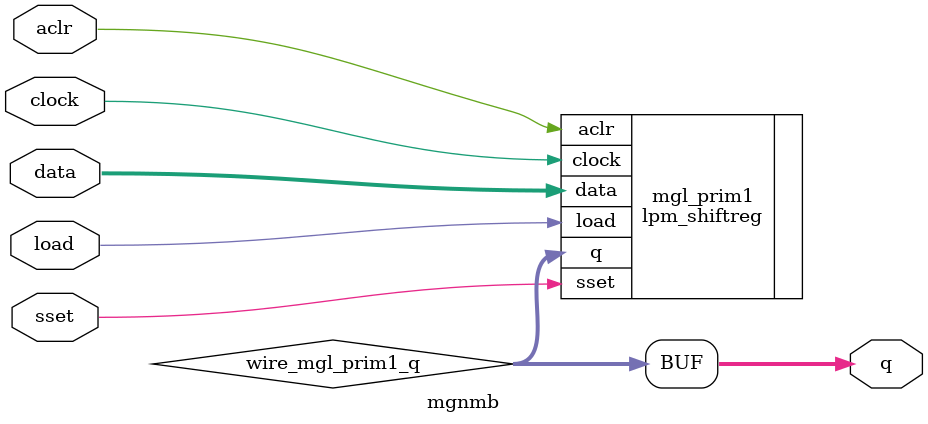
<source format=v>






//synthesis_resources = lpm_shiftreg 1 
//synopsys translate_off
`timescale 1 ps / 1 ps
//synopsys translate_on
module  mgnmb
	( 
	aclr,
	clock,
	data,
	load,
	q,
	sset) /* synthesis synthesis_clearbox=1 */;
	input   aclr;
	input   clock;
	input   [15:0]  data;
	input   load;
	output   [15:0]  q;
	input   sset;

	wire  [15:0]   wire_mgl_prim1_q;

	lpm_shiftreg   mgl_prim1
	( 
	.aclr(aclr),
	.clock(clock),
	.data(data),
	.load(load),
	.q(wire_mgl_prim1_q),
	.sset(sset));
	defparam
		mgl_prim1.lpm_direction = "LEFT",
		mgl_prim1.lpm_type = "LPM_SHIFTREG",
		mgl_prim1.lpm_width = 16;
	assign
		q = wire_mgl_prim1_q;
endmodule //mgnmb
//VALID FILE

</source>
